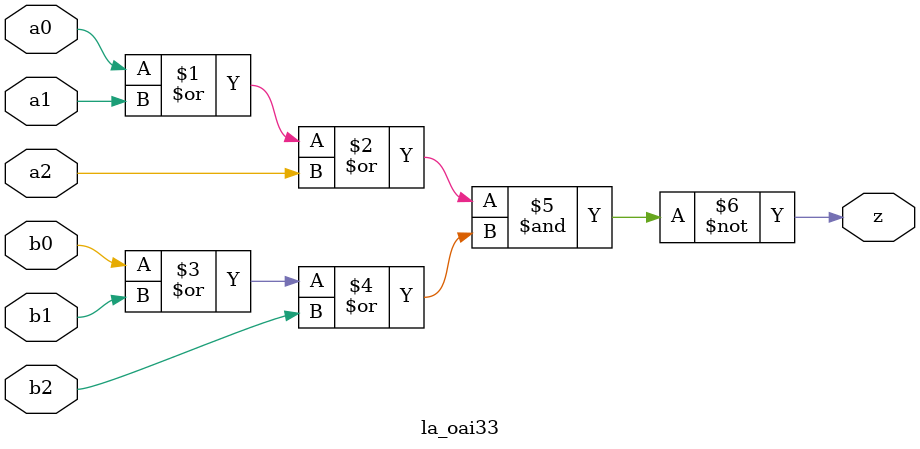
<source format=v>
module la_oai33(	// file.cleaned.mlir:2:3
  input  a0,	// file.cleaned.mlir:2:26
         a1,	// file.cleaned.mlir:2:39
         a2,	// file.cleaned.mlir:2:52
         b0,	// file.cleaned.mlir:2:65
         b1,	// file.cleaned.mlir:2:78
         b2,	// file.cleaned.mlir:2:91
  output z	// file.cleaned.mlir:2:105
);

  assign z = ~((a0 | a1 | a2) & (b0 | b1 | b2));	// file.cleaned.mlir:4:10, :5:10, :6:10, :7:10, :8:5
endmodule


</source>
